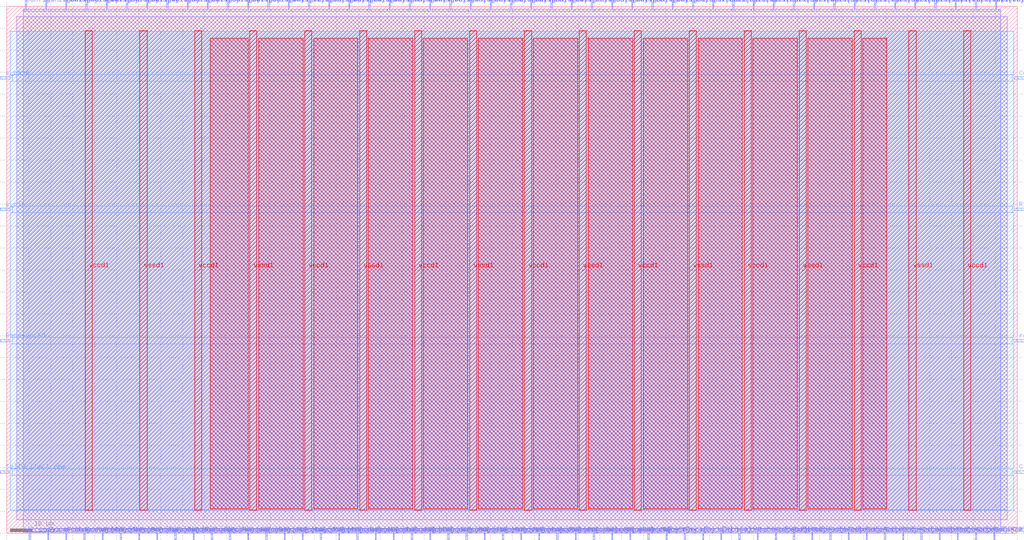
<source format=lef>
VERSION 5.7 ;
  NOWIREEXTENSIONATPIN ON ;
  DIVIDERCHAR "/" ;
  BUSBITCHARS "[]" ;
MACRO eFPGA_Config
  CLASS BLOCK ;
  FOREIGN eFPGA_Config ;
  ORIGIN 0.000 0.000 ;
  SIZE 230.000 BY 120.000 ;
  PIN CLK
    DIRECTION INPUT ;
    USE SIGNAL ;
    ANTENNAGATEAREA 0.852000 ;
    PORT
      LAYER met3 ;
        RECT 229.200 13.640 231.500 14.240 ;
    END
  END CLK
  PIN ComActive
    DIRECTION OUTPUT TRISTATE ;
    USE SIGNAL ;
    ANTENNADIFFAREA 0.795200 ;
    PORT
      LAYER met3 ;
        RECT 229.200 103.400 231.500 104.000 ;
    END
  END ComActive
  PIN ConfigWriteData[0]
    DIRECTION OUTPUT TRISTATE ;
    USE SIGNAL ;
    ANTENNADIFFAREA 0.445500 ;
    PORT
      LAYER met2 ;
        RECT 4.230 119.200 4.510 121.500 ;
    END
  END ConfigWriteData[0]
  PIN ConfigWriteData[10]
    DIRECTION OUTPUT TRISTATE ;
    USE SIGNAL ;
    ANTENNADIFFAREA 0.445500 ;
    PORT
      LAYER met2 ;
        RECT 50.230 119.200 50.510 121.500 ;
    END
  END ConfigWriteData[10]
  PIN ConfigWriteData[11]
    DIRECTION OUTPUT TRISTATE ;
    USE SIGNAL ;
    ANTENNADIFFAREA 0.795200 ;
    PORT
      LAYER met2 ;
        RECT 54.830 119.200 55.110 121.500 ;
    END
  END ConfigWriteData[11]
  PIN ConfigWriteData[12]
    DIRECTION OUTPUT TRISTATE ;
    USE SIGNAL ;
    ANTENNADIFFAREA 0.445500 ;
    PORT
      LAYER met2 ;
        RECT 59.430 119.200 59.710 121.500 ;
    END
  END ConfigWriteData[12]
  PIN ConfigWriteData[13]
    DIRECTION OUTPUT TRISTATE ;
    USE SIGNAL ;
    ANTENNADIFFAREA 0.445500 ;
    PORT
      LAYER met2 ;
        RECT 64.030 119.200 64.310 121.500 ;
    END
  END ConfigWriteData[13]
  PIN ConfigWriteData[14]
    DIRECTION OUTPUT TRISTATE ;
    USE SIGNAL ;
    ANTENNADIFFAREA 0.795200 ;
    PORT
      LAYER met2 ;
        RECT 68.630 119.200 68.910 121.500 ;
    END
  END ConfigWriteData[14]
  PIN ConfigWriteData[15]
    DIRECTION OUTPUT TRISTATE ;
    USE SIGNAL ;
    ANTENNADIFFAREA 0.445500 ;
    PORT
      LAYER met2 ;
        RECT 73.230 119.200 73.510 121.500 ;
    END
  END ConfigWriteData[15]
  PIN ConfigWriteData[16]
    DIRECTION OUTPUT TRISTATE ;
    USE SIGNAL ;
    ANTENNADIFFAREA 0.445500 ;
    PORT
      LAYER met2 ;
        RECT 77.830 119.200 78.110 121.500 ;
    END
  END ConfigWriteData[16]
  PIN ConfigWriteData[17]
    DIRECTION OUTPUT TRISTATE ;
    USE SIGNAL ;
    ANTENNADIFFAREA 0.795200 ;
    PORT
      LAYER met2 ;
        RECT 82.430 119.200 82.710 121.500 ;
    END
  END ConfigWriteData[17]
  PIN ConfigWriteData[18]
    DIRECTION OUTPUT TRISTATE ;
    USE SIGNAL ;
    ANTENNADIFFAREA 0.445500 ;
    PORT
      LAYER met2 ;
        RECT 87.030 119.200 87.310 121.500 ;
    END
  END ConfigWriteData[18]
  PIN ConfigWriteData[19]
    DIRECTION OUTPUT TRISTATE ;
    USE SIGNAL ;
    ANTENNADIFFAREA 0.445500 ;
    PORT
      LAYER met2 ;
        RECT 91.630 119.200 91.910 121.500 ;
    END
  END ConfigWriteData[19]
  PIN ConfigWriteData[1]
    DIRECTION OUTPUT TRISTATE ;
    USE SIGNAL ;
    ANTENNADIFFAREA 0.445500 ;
    PORT
      LAYER met2 ;
        RECT 8.830 119.200 9.110 121.500 ;
    END
  END ConfigWriteData[1]
  PIN ConfigWriteData[20]
    DIRECTION OUTPUT TRISTATE ;
    USE SIGNAL ;
    ANTENNADIFFAREA 0.795200 ;
    PORT
      LAYER met2 ;
        RECT 96.230 119.200 96.510 121.500 ;
    END
  END ConfigWriteData[20]
  PIN ConfigWriteData[21]
    DIRECTION OUTPUT TRISTATE ;
    USE SIGNAL ;
    ANTENNADIFFAREA 0.445500 ;
    PORT
      LAYER met2 ;
        RECT 100.830 119.200 101.110 121.500 ;
    END
  END ConfigWriteData[21]
  PIN ConfigWriteData[22]
    DIRECTION OUTPUT TRISTATE ;
    USE SIGNAL ;
    ANTENNADIFFAREA 0.445500 ;
    PORT
      LAYER met2 ;
        RECT 105.430 119.200 105.710 121.500 ;
    END
  END ConfigWriteData[22]
  PIN ConfigWriteData[23]
    DIRECTION OUTPUT TRISTATE ;
    USE SIGNAL ;
    ANTENNADIFFAREA 0.795200 ;
    PORT
      LAYER met2 ;
        RECT 110.030 119.200 110.310 121.500 ;
    END
  END ConfigWriteData[23]
  PIN ConfigWriteData[24]
    DIRECTION OUTPUT TRISTATE ;
    USE SIGNAL ;
    ANTENNADIFFAREA 0.445500 ;
    PORT
      LAYER met2 ;
        RECT 114.630 119.200 114.910 121.500 ;
    END
  END ConfigWriteData[24]
  PIN ConfigWriteData[25]
    DIRECTION OUTPUT TRISTATE ;
    USE SIGNAL ;
    ANTENNADIFFAREA 0.445500 ;
    PORT
      LAYER met2 ;
        RECT 119.230 119.200 119.510 121.500 ;
    END
  END ConfigWriteData[25]
  PIN ConfigWriteData[26]
    DIRECTION OUTPUT TRISTATE ;
    USE SIGNAL ;
    ANTENNADIFFAREA 0.795200 ;
    PORT
      LAYER met2 ;
        RECT 123.830 119.200 124.110 121.500 ;
    END
  END ConfigWriteData[26]
  PIN ConfigWriteData[27]
    DIRECTION OUTPUT TRISTATE ;
    USE SIGNAL ;
    ANTENNADIFFAREA 0.445500 ;
    PORT
      LAYER met2 ;
        RECT 128.430 119.200 128.710 121.500 ;
    END
  END ConfigWriteData[27]
  PIN ConfigWriteData[28]
    DIRECTION OUTPUT TRISTATE ;
    USE SIGNAL ;
    ANTENNADIFFAREA 0.445500 ;
    PORT
      LAYER met2 ;
        RECT 133.030 119.200 133.310 121.500 ;
    END
  END ConfigWriteData[28]
  PIN ConfigWriteData[29]
    DIRECTION OUTPUT TRISTATE ;
    USE SIGNAL ;
    ANTENNADIFFAREA 0.795200 ;
    PORT
      LAYER met2 ;
        RECT 137.630 119.200 137.910 121.500 ;
    END
  END ConfigWriteData[29]
  PIN ConfigWriteData[2]
    DIRECTION OUTPUT TRISTATE ;
    USE SIGNAL ;
    ANTENNADIFFAREA 0.795200 ;
    PORT
      LAYER met2 ;
        RECT 13.430 119.200 13.710 121.500 ;
    END
  END ConfigWriteData[2]
  PIN ConfigWriteData[30]
    DIRECTION OUTPUT TRISTATE ;
    USE SIGNAL ;
    ANTENNADIFFAREA 0.795200 ;
    PORT
      LAYER met2 ;
        RECT 142.230 119.200 142.510 121.500 ;
    END
  END ConfigWriteData[30]
  PIN ConfigWriteData[31]
    DIRECTION OUTPUT TRISTATE ;
    USE SIGNAL ;
    ANTENNADIFFAREA 0.795200 ;
    PORT
      LAYER met2 ;
        RECT 146.830 119.200 147.110 121.500 ;
    END
  END ConfigWriteData[31]
  PIN ConfigWriteData[3]
    DIRECTION OUTPUT TRISTATE ;
    USE SIGNAL ;
    ANTENNADIFFAREA 0.445500 ;
    PORT
      LAYER met2 ;
        RECT 18.030 119.200 18.310 121.500 ;
    END
  END ConfigWriteData[3]
  PIN ConfigWriteData[4]
    DIRECTION OUTPUT TRISTATE ;
    USE SIGNAL ;
    ANTENNADIFFAREA 0.445500 ;
    PORT
      LAYER met2 ;
        RECT 22.630 119.200 22.910 121.500 ;
    END
  END ConfigWriteData[4]
  PIN ConfigWriteData[5]
    DIRECTION OUTPUT TRISTATE ;
    USE SIGNAL ;
    ANTENNADIFFAREA 0.795200 ;
    PORT
      LAYER met2 ;
        RECT 27.230 119.200 27.510 121.500 ;
    END
  END ConfigWriteData[5]
  PIN ConfigWriteData[6]
    DIRECTION OUTPUT TRISTATE ;
    USE SIGNAL ;
    ANTENNADIFFAREA 0.445500 ;
    PORT
      LAYER met2 ;
        RECT 31.830 119.200 32.110 121.500 ;
    END
  END ConfigWriteData[6]
  PIN ConfigWriteData[7]
    DIRECTION OUTPUT TRISTATE ;
    USE SIGNAL ;
    ANTENNADIFFAREA 0.445500 ;
    PORT
      LAYER met2 ;
        RECT 36.430 119.200 36.710 121.500 ;
    END
  END ConfigWriteData[7]
  PIN ConfigWriteData[8]
    DIRECTION OUTPUT TRISTATE ;
    USE SIGNAL ;
    ANTENNADIFFAREA 0.795200 ;
    PORT
      LAYER met2 ;
        RECT 41.030 119.200 41.310 121.500 ;
    END
  END ConfigWriteData[8]
  PIN ConfigWriteData[9]
    DIRECTION OUTPUT TRISTATE ;
    USE SIGNAL ;
    ANTENNADIFFAREA 0.445500 ;
    PORT
      LAYER met2 ;
        RECT 45.630 119.200 45.910 121.500 ;
    END
  END ConfigWriteData[9]
  PIN ConfigWriteStrobe
    DIRECTION OUTPUT TRISTATE ;
    USE SIGNAL ;
    ANTENNADIFFAREA 0.795200 ;
    PORT
      LAYER met2 ;
        RECT 151.430 119.200 151.710 121.500 ;
    END
  END ConfigWriteStrobe
  PIN FrameAddressRegister[0]
    DIRECTION OUTPUT TRISTATE ;
    USE SIGNAL ;
    ANTENNADIFFAREA 0.445500 ;
    PORT
      LAYER met2 ;
        RECT 5.150 -1.500 5.430 0.800 ;
    END
  END FrameAddressRegister[0]
  PIN FrameAddressRegister[10]
    DIRECTION OUTPUT TRISTATE ;
    USE SIGNAL ;
    ANTENNADIFFAREA 0.445500 ;
    PORT
      LAYER met2 ;
        RECT 46.550 -1.500 46.830 0.800 ;
    END
  END FrameAddressRegister[10]
  PIN FrameAddressRegister[11]
    DIRECTION OUTPUT TRISTATE ;
    USE SIGNAL ;
    ANTENNADIFFAREA 0.445500 ;
    PORT
      LAYER met2 ;
        RECT 50.690 -1.500 50.970 0.800 ;
    END
  END FrameAddressRegister[11]
  PIN FrameAddressRegister[12]
    DIRECTION OUTPUT TRISTATE ;
    USE SIGNAL ;
    ANTENNADIFFAREA 0.795200 ;
    PORT
      LAYER met2 ;
        RECT 54.830 -1.500 55.110 0.800 ;
    END
  END FrameAddressRegister[12]
  PIN FrameAddressRegister[13]
    DIRECTION OUTPUT TRISTATE ;
    USE SIGNAL ;
    ANTENNADIFFAREA 0.445500 ;
    PORT
      LAYER met2 ;
        RECT 58.970 -1.500 59.250 0.800 ;
    END
  END FrameAddressRegister[13]
  PIN FrameAddressRegister[14]
    DIRECTION OUTPUT TRISTATE ;
    USE SIGNAL ;
    ANTENNADIFFAREA 0.445500 ;
    PORT
      LAYER met2 ;
        RECT 63.110 -1.500 63.390 0.800 ;
    END
  END FrameAddressRegister[14]
  PIN FrameAddressRegister[15]
    DIRECTION OUTPUT TRISTATE ;
    USE SIGNAL ;
    ANTENNADIFFAREA 0.445500 ;
    PORT
      LAYER met2 ;
        RECT 67.250 -1.500 67.530 0.800 ;
    END
  END FrameAddressRegister[15]
  PIN FrameAddressRegister[16]
    DIRECTION OUTPUT TRISTATE ;
    USE SIGNAL ;
    ANTENNADIFFAREA 0.445500 ;
    PORT
      LAYER met2 ;
        RECT 71.390 -1.500 71.670 0.800 ;
    END
  END FrameAddressRegister[16]
  PIN FrameAddressRegister[17]
    DIRECTION OUTPUT TRISTATE ;
    USE SIGNAL ;
    ANTENNADIFFAREA 0.795200 ;
    PORT
      LAYER met2 ;
        RECT 75.530 -1.500 75.810 0.800 ;
    END
  END FrameAddressRegister[17]
  PIN FrameAddressRegister[18]
    DIRECTION OUTPUT TRISTATE ;
    USE SIGNAL ;
    ANTENNADIFFAREA 0.445500 ;
    PORT
      LAYER met2 ;
        RECT 79.670 -1.500 79.950 0.800 ;
    END
  END FrameAddressRegister[18]
  PIN FrameAddressRegister[19]
    DIRECTION OUTPUT TRISTATE ;
    USE SIGNAL ;
    ANTENNADIFFAREA 0.445500 ;
    PORT
      LAYER met2 ;
        RECT 83.810 -1.500 84.090 0.800 ;
    END
  END FrameAddressRegister[19]
  PIN FrameAddressRegister[1]
    DIRECTION OUTPUT TRISTATE ;
    USE SIGNAL ;
    ANTENNADIFFAREA 0.445500 ;
    PORT
      LAYER met2 ;
        RECT 9.290 -1.500 9.570 0.800 ;
    END
  END FrameAddressRegister[1]
  PIN FrameAddressRegister[20]
    DIRECTION OUTPUT TRISTATE ;
    USE SIGNAL ;
    ANTENNADIFFAREA 0.445500 ;
    PORT
      LAYER met2 ;
        RECT 87.950 -1.500 88.230 0.800 ;
    END
  END FrameAddressRegister[20]
  PIN FrameAddressRegister[21]
    DIRECTION OUTPUT TRISTATE ;
    USE SIGNAL ;
    ANTENNADIFFAREA 0.445500 ;
    PORT
      LAYER met2 ;
        RECT 92.090 -1.500 92.370 0.800 ;
    END
  END FrameAddressRegister[21]
  PIN FrameAddressRegister[22]
    DIRECTION OUTPUT TRISTATE ;
    USE SIGNAL ;
    ANTENNADIFFAREA 0.795200 ;
    PORT
      LAYER met2 ;
        RECT 96.230 -1.500 96.510 0.800 ;
    END
  END FrameAddressRegister[22]
  PIN FrameAddressRegister[23]
    DIRECTION OUTPUT TRISTATE ;
    USE SIGNAL ;
    ANTENNADIFFAREA 0.445500 ;
    PORT
      LAYER met2 ;
        RECT 100.370 -1.500 100.650 0.800 ;
    END
  END FrameAddressRegister[23]
  PIN FrameAddressRegister[24]
    DIRECTION OUTPUT TRISTATE ;
    USE SIGNAL ;
    ANTENNADIFFAREA 0.445500 ;
    PORT
      LAYER met2 ;
        RECT 104.510 -1.500 104.790 0.800 ;
    END
  END FrameAddressRegister[24]
  PIN FrameAddressRegister[25]
    DIRECTION OUTPUT TRISTATE ;
    USE SIGNAL ;
    ANTENNADIFFAREA 0.445500 ;
    PORT
      LAYER met2 ;
        RECT 108.650 -1.500 108.930 0.800 ;
    END
  END FrameAddressRegister[25]
  PIN FrameAddressRegister[26]
    DIRECTION OUTPUT TRISTATE ;
    USE SIGNAL ;
    ANTENNADIFFAREA 0.445500 ;
    PORT
      LAYER met2 ;
        RECT 112.790 -1.500 113.070 0.800 ;
    END
  END FrameAddressRegister[26]
  PIN FrameAddressRegister[27]
    DIRECTION OUTPUT TRISTATE ;
    USE SIGNAL ;
    ANTENNADIFFAREA 0.795200 ;
    PORT
      LAYER met2 ;
        RECT 116.930 -1.500 117.210 0.800 ;
    END
  END FrameAddressRegister[27]
  PIN FrameAddressRegister[28]
    DIRECTION OUTPUT TRISTATE ;
    USE SIGNAL ;
    ANTENNADIFFAREA 0.795200 ;
    PORT
      LAYER met2 ;
        RECT 121.070 -1.500 121.350 0.800 ;
    END
  END FrameAddressRegister[28]
  PIN FrameAddressRegister[29]
    DIRECTION OUTPUT TRISTATE ;
    USE SIGNAL ;
    ANTENNADIFFAREA 0.795200 ;
    PORT
      LAYER met2 ;
        RECT 125.210 -1.500 125.490 0.800 ;
    END
  END FrameAddressRegister[29]
  PIN FrameAddressRegister[2]
    DIRECTION OUTPUT TRISTATE ;
    USE SIGNAL ;
    ANTENNADIFFAREA 0.795200 ;
    PORT
      LAYER met2 ;
        RECT 13.430 -1.500 13.710 0.800 ;
    END
  END FrameAddressRegister[2]
  PIN FrameAddressRegister[30]
    DIRECTION OUTPUT TRISTATE ;
    USE SIGNAL ;
    ANTENNADIFFAREA 0.795200 ;
    PORT
      LAYER met2 ;
        RECT 129.350 -1.500 129.630 0.800 ;
    END
  END FrameAddressRegister[30]
  PIN FrameAddressRegister[31]
    DIRECTION OUTPUT TRISTATE ;
    USE SIGNAL ;
    ANTENNADIFFAREA 0.445500 ;
    PORT
      LAYER met2 ;
        RECT 133.490 -1.500 133.770 0.800 ;
    END
  END FrameAddressRegister[31]
  PIN FrameAddressRegister[3]
    DIRECTION OUTPUT TRISTATE ;
    USE SIGNAL ;
    ANTENNADIFFAREA 0.445500 ;
    PORT
      LAYER met2 ;
        RECT 17.570 -1.500 17.850 0.800 ;
    END
  END FrameAddressRegister[3]
  PIN FrameAddressRegister[4]
    DIRECTION OUTPUT TRISTATE ;
    USE SIGNAL ;
    ANTENNADIFFAREA 0.445500 ;
    PORT
      LAYER met2 ;
        RECT 21.710 -1.500 21.990 0.800 ;
    END
  END FrameAddressRegister[4]
  PIN FrameAddressRegister[5]
    DIRECTION OUTPUT TRISTATE ;
    USE SIGNAL ;
    ANTENNADIFFAREA 0.445500 ;
    PORT
      LAYER met2 ;
        RECT 25.850 -1.500 26.130 0.800 ;
    END
  END FrameAddressRegister[5]
  PIN FrameAddressRegister[6]
    DIRECTION OUTPUT TRISTATE ;
    USE SIGNAL ;
    ANTENNADIFFAREA 0.445500 ;
    PORT
      LAYER met2 ;
        RECT 29.990 -1.500 30.270 0.800 ;
    END
  END FrameAddressRegister[6]
  PIN FrameAddressRegister[7]
    DIRECTION OUTPUT TRISTATE ;
    USE SIGNAL ;
    ANTENNADIFFAREA 0.795200 ;
    PORT
      LAYER met2 ;
        RECT 34.130 -1.500 34.410 0.800 ;
    END
  END FrameAddressRegister[7]
  PIN FrameAddressRegister[8]
    DIRECTION OUTPUT TRISTATE ;
    USE SIGNAL ;
    ANTENNADIFFAREA 0.445500 ;
    PORT
      LAYER met2 ;
        RECT 38.270 -1.500 38.550 0.800 ;
    END
  END FrameAddressRegister[8]
  PIN FrameAddressRegister[9]
    DIRECTION OUTPUT TRISTATE ;
    USE SIGNAL ;
    ANTENNADIFFAREA 0.445500 ;
    PORT
      LAYER met2 ;
        RECT 42.410 -1.500 42.690 0.800 ;
    END
  END FrameAddressRegister[9]
  PIN LongFrameStrobe
    DIRECTION OUTPUT TRISTATE ;
    USE SIGNAL ;
    ANTENNADIFFAREA 0.795200 ;
    PORT
      LAYER met2 ;
        RECT 137.630 -1.500 137.910 0.800 ;
    END
  END LongFrameStrobe
  PIN ReceiveLED
    DIRECTION OUTPUT TRISTATE ;
    USE SIGNAL ;
    ANTENNADIFFAREA 0.445500 ;
    PORT
      LAYER met3 ;
        RECT -1.500 43.560 0.800 44.160 ;
    END
  END ReceiveLED
  PIN RowSelect[0]
    DIRECTION OUTPUT TRISTATE ;
    USE SIGNAL ;
    ANTENNADIFFAREA 0.445500 ;
    PORT
      LAYER met2 ;
        RECT 141.770 -1.500 142.050 0.800 ;
    END
  END RowSelect[0]
  PIN RowSelect[1]
    DIRECTION OUTPUT TRISTATE ;
    USE SIGNAL ;
    ANTENNADIFFAREA 0.445500 ;
    PORT
      LAYER met2 ;
        RECT 145.910 -1.500 146.190 0.800 ;
    END
  END RowSelect[1]
  PIN RowSelect[2]
    DIRECTION OUTPUT TRISTATE ;
    USE SIGNAL ;
    ANTENNADIFFAREA 0.795200 ;
    PORT
      LAYER met2 ;
        RECT 150.050 -1.500 150.330 0.800 ;
    END
  END RowSelect[2]
  PIN RowSelect[3]
    DIRECTION OUTPUT TRISTATE ;
    USE SIGNAL ;
    ANTENNADIFFAREA 0.445500 ;
    PORT
      LAYER met2 ;
        RECT 154.190 -1.500 154.470 0.800 ;
    END
  END RowSelect[3]
  PIN RowSelect[4]
    DIRECTION OUTPUT TRISTATE ;
    USE SIGNAL ;
    ANTENNADIFFAREA 0.795200 ;
    PORT
      LAYER met2 ;
        RECT 158.330 -1.500 158.610 0.800 ;
    END
  END RowSelect[4]
  PIN Rx
    DIRECTION INPUT ;
    USE SIGNAL ;
    ANTENNAGATEAREA 0.196500 ;
    PORT
      LAYER met3 ;
        RECT 229.200 73.480 231.500 74.080 ;
    END
  END Rx
  PIN SelfWriteData[0]
    DIRECTION INPUT ;
    USE SIGNAL ;
    ANTENNAGATEAREA 0.196500 ;
    PORT
      LAYER met2 ;
        RECT 156.030 119.200 156.310 121.500 ;
    END
  END SelfWriteData[0]
  PIN SelfWriteData[10]
    DIRECTION INPUT ;
    USE SIGNAL ;
    ANTENNAGATEAREA 0.196500 ;
    PORT
      LAYER met2 ;
        RECT 202.030 119.200 202.310 121.500 ;
    END
  END SelfWriteData[10]
  PIN SelfWriteData[11]
    DIRECTION INPUT ;
    USE SIGNAL ;
    ANTENNAGATEAREA 0.196500 ;
    PORT
      LAYER met2 ;
        RECT 206.630 119.200 206.910 121.500 ;
    END
  END SelfWriteData[11]
  PIN SelfWriteData[12]
    DIRECTION INPUT ;
    USE SIGNAL ;
    ANTENNAGATEAREA 0.196500 ;
    PORT
      LAYER met2 ;
        RECT 211.230 119.200 211.510 121.500 ;
    END
  END SelfWriteData[12]
  PIN SelfWriteData[13]
    DIRECTION INPUT ;
    USE SIGNAL ;
    ANTENNAGATEAREA 0.196500 ;
    PORT
      LAYER met2 ;
        RECT 215.830 119.200 216.110 121.500 ;
    END
  END SelfWriteData[13]
  PIN SelfWriteData[14]
    DIRECTION INPUT ;
    USE SIGNAL ;
    ANTENNAGATEAREA 0.196500 ;
    PORT
      LAYER met2 ;
        RECT 220.430 119.200 220.710 121.500 ;
    END
  END SelfWriteData[14]
  PIN SelfWriteData[15]
    DIRECTION INPUT ;
    USE SIGNAL ;
    ANTENNAGATEAREA 0.196500 ;
    PORT
      LAYER met2 ;
        RECT 225.030 119.200 225.310 121.500 ;
    END
  END SelfWriteData[15]
  PIN SelfWriteData[16]
    DIRECTION INPUT ;
    USE SIGNAL ;
    ANTENNAGATEAREA 0.196500 ;
    PORT
      LAYER met2 ;
        RECT 162.470 -1.500 162.750 0.800 ;
    END
  END SelfWriteData[16]
  PIN SelfWriteData[17]
    DIRECTION INPUT ;
    USE SIGNAL ;
    ANTENNAGATEAREA 0.196500 ;
    PORT
      LAYER met2 ;
        RECT 166.610 -1.500 166.890 0.800 ;
    END
  END SelfWriteData[17]
  PIN SelfWriteData[18]
    DIRECTION INPUT ;
    USE SIGNAL ;
    ANTENNAGATEAREA 0.196500 ;
    PORT
      LAYER met2 ;
        RECT 170.750 -1.500 171.030 0.800 ;
    END
  END SelfWriteData[18]
  PIN SelfWriteData[19]
    DIRECTION INPUT ;
    USE SIGNAL ;
    ANTENNAGATEAREA 0.196500 ;
    PORT
      LAYER met2 ;
        RECT 174.890 -1.500 175.170 0.800 ;
    END
  END SelfWriteData[19]
  PIN SelfWriteData[1]
    DIRECTION INPUT ;
    USE SIGNAL ;
    ANTENNAGATEAREA 0.196500 ;
    PORT
      LAYER met2 ;
        RECT 160.630 119.200 160.910 121.500 ;
    END
  END SelfWriteData[1]
  PIN SelfWriteData[20]
    DIRECTION INPUT ;
    USE SIGNAL ;
    ANTENNAGATEAREA 0.196500 ;
    PORT
      LAYER met2 ;
        RECT 179.030 -1.500 179.310 0.800 ;
    END
  END SelfWriteData[20]
  PIN SelfWriteData[21]
    DIRECTION INPUT ;
    USE SIGNAL ;
    ANTENNAGATEAREA 0.196500 ;
    PORT
      LAYER met2 ;
        RECT 183.170 -1.500 183.450 0.800 ;
    END
  END SelfWriteData[21]
  PIN SelfWriteData[22]
    DIRECTION INPUT ;
    USE SIGNAL ;
    ANTENNAGATEAREA 0.196500 ;
    PORT
      LAYER met2 ;
        RECT 187.310 -1.500 187.590 0.800 ;
    END
  END SelfWriteData[22]
  PIN SelfWriteData[23]
    DIRECTION INPUT ;
    USE SIGNAL ;
    ANTENNAGATEAREA 0.196500 ;
    PORT
      LAYER met2 ;
        RECT 191.450 -1.500 191.730 0.800 ;
    END
  END SelfWriteData[23]
  PIN SelfWriteData[24]
    DIRECTION INPUT ;
    USE SIGNAL ;
    ANTENNAGATEAREA 0.196500 ;
    PORT
      LAYER met2 ;
        RECT 195.590 -1.500 195.870 0.800 ;
    END
  END SelfWriteData[24]
  PIN SelfWriteData[25]
    DIRECTION INPUT ;
    USE SIGNAL ;
    ANTENNAGATEAREA 0.196500 ;
    PORT
      LAYER met2 ;
        RECT 199.730 -1.500 200.010 0.800 ;
    END
  END SelfWriteData[25]
  PIN SelfWriteData[26]
    DIRECTION INPUT ;
    USE SIGNAL ;
    ANTENNAGATEAREA 0.196500 ;
    PORT
      LAYER met2 ;
        RECT 203.870 -1.500 204.150 0.800 ;
    END
  END SelfWriteData[26]
  PIN SelfWriteData[27]
    DIRECTION INPUT ;
    USE SIGNAL ;
    ANTENNAGATEAREA 0.196500 ;
    PORT
      LAYER met2 ;
        RECT 208.010 -1.500 208.290 0.800 ;
    END
  END SelfWriteData[27]
  PIN SelfWriteData[28]
    DIRECTION INPUT ;
    USE SIGNAL ;
    ANTENNAGATEAREA 0.196500 ;
    PORT
      LAYER met2 ;
        RECT 212.150 -1.500 212.430 0.800 ;
    END
  END SelfWriteData[28]
  PIN SelfWriteData[29]
    DIRECTION INPUT ;
    USE SIGNAL ;
    ANTENNAGATEAREA 0.196500 ;
    PORT
      LAYER met2 ;
        RECT 216.290 -1.500 216.570 0.800 ;
    END
  END SelfWriteData[29]
  PIN SelfWriteData[2]
    DIRECTION INPUT ;
    USE SIGNAL ;
    ANTENNAGATEAREA 0.196500 ;
    PORT
      LAYER met2 ;
        RECT 165.230 119.200 165.510 121.500 ;
    END
  END SelfWriteData[2]
  PIN SelfWriteData[30]
    DIRECTION INPUT ;
    USE SIGNAL ;
    ANTENNAGATEAREA 0.196500 ;
    PORT
      LAYER met2 ;
        RECT 220.430 -1.500 220.710 0.800 ;
    END
  END SelfWriteData[30]
  PIN SelfWriteData[31]
    DIRECTION INPUT ;
    USE SIGNAL ;
    ANTENNAGATEAREA 0.196500 ;
    PORT
      LAYER met2 ;
        RECT 224.570 -1.500 224.850 0.800 ;
    END
  END SelfWriteData[31]
  PIN SelfWriteData[3]
    DIRECTION INPUT ;
    USE SIGNAL ;
    ANTENNAGATEAREA 0.196500 ;
    PORT
      LAYER met2 ;
        RECT 169.830 119.200 170.110 121.500 ;
    END
  END SelfWriteData[3]
  PIN SelfWriteData[4]
    DIRECTION INPUT ;
    USE SIGNAL ;
    ANTENNAGATEAREA 0.196500 ;
    PORT
      LAYER met2 ;
        RECT 174.430 119.200 174.710 121.500 ;
    END
  END SelfWriteData[4]
  PIN SelfWriteData[5]
    DIRECTION INPUT ;
    USE SIGNAL ;
    ANTENNAGATEAREA 0.196500 ;
    PORT
      LAYER met2 ;
        RECT 179.030 119.200 179.310 121.500 ;
    END
  END SelfWriteData[5]
  PIN SelfWriteData[6]
    DIRECTION INPUT ;
    USE SIGNAL ;
    ANTENNAGATEAREA 0.196500 ;
    PORT
      LAYER met2 ;
        RECT 183.630 119.200 183.910 121.500 ;
    END
  END SelfWriteData[6]
  PIN SelfWriteData[7]
    DIRECTION INPUT ;
    USE SIGNAL ;
    ANTENNAGATEAREA 0.196500 ;
    PORT
      LAYER met2 ;
        RECT 188.230 119.200 188.510 121.500 ;
    END
  END SelfWriteData[7]
  PIN SelfWriteData[8]
    DIRECTION INPUT ;
    USE SIGNAL ;
    ANTENNAGATEAREA 0.196500 ;
    PORT
      LAYER met2 ;
        RECT 192.830 119.200 193.110 121.500 ;
    END
  END SelfWriteData[8]
  PIN SelfWriteData[9]
    DIRECTION INPUT ;
    USE SIGNAL ;
    ANTENNAGATEAREA 0.196500 ;
    PORT
      LAYER met2 ;
        RECT 197.430 119.200 197.710 121.500 ;
    END
  END SelfWriteData[9]
  PIN SelfWriteStrobe
    DIRECTION INPUT ;
    USE SIGNAL ;
    ANTENNAGATEAREA 0.196500 ;
    PORT
      LAYER met3 ;
        RECT -1.500 13.640 0.800 14.240 ;
    END
  END SelfWriteStrobe
  PIN resetn
    DIRECTION INPUT ;
    USE SIGNAL ;
    ANTENNAGATEAREA 0.852000 ;
    PORT
      LAYER met3 ;
        RECT 229.200 43.560 231.500 44.160 ;
    END
  END resetn
  PIN s_clk
    DIRECTION INPUT ;
    USE SIGNAL ;
    ANTENNAGATEAREA 0.196500 ;
    PORT
      LAYER met3 ;
        RECT -1.500 73.480 0.800 74.080 ;
    END
  END s_clk
  PIN s_data
    DIRECTION INPUT ;
    USE SIGNAL ;
    ANTENNAGATEAREA 0.196500 ;
    PORT
      LAYER met3 ;
        RECT -1.500 103.400 0.800 104.000 ;
    END
  END s_data
  PIN vccd1
    DIRECTION INOUT ;
    USE POWER ;
    PORT
      LAYER met4 ;
        RECT 17.820 5.200 19.420 114.480 ;
    END
    PORT
      LAYER met4 ;
        RECT 42.820 5.200 44.420 114.480 ;
    END
    PORT
      LAYER met4 ;
        RECT 67.820 5.200 69.420 114.480 ;
    END
    PORT
      LAYER met4 ;
        RECT 92.820 5.200 94.420 114.480 ;
    END
    PORT
      LAYER met4 ;
        RECT 117.820 5.200 119.420 114.480 ;
    END
    PORT
      LAYER met4 ;
        RECT 142.820 5.200 144.420 114.480 ;
    END
    PORT
      LAYER met4 ;
        RECT 167.820 5.200 169.420 114.480 ;
    END
    PORT
      LAYER met4 ;
        RECT 192.820 5.200 194.420 114.480 ;
    END
    PORT
      LAYER met4 ;
        RECT 217.820 5.200 219.420 114.480 ;
    END
  END vccd1
  PIN vssd1
    DIRECTION INOUT ;
    USE GROUND ;
    PORT
      LAYER met4 ;
        RECT 30.320 5.200 31.920 114.480 ;
    END
    PORT
      LAYER met4 ;
        RECT 55.320 5.200 56.920 114.480 ;
    END
    PORT
      LAYER met4 ;
        RECT 80.320 5.200 81.920 114.480 ;
    END
    PORT
      LAYER met4 ;
        RECT 105.320 5.200 106.920 114.480 ;
    END
    PORT
      LAYER met4 ;
        RECT 130.320 5.200 131.920 114.480 ;
    END
    PORT
      LAYER met4 ;
        RECT 155.320 5.200 156.920 114.480 ;
    END
    PORT
      LAYER met4 ;
        RECT 180.320 5.200 181.920 114.480 ;
    END
    PORT
      LAYER met4 ;
        RECT 205.320 5.200 206.920 114.480 ;
    END
  END vssd1
  OBS
      LAYER li1 ;
        RECT 2.300 5.355 227.700 114.325 ;
      LAYER met1 ;
        RECT 2.300 3.100 227.700 117.600 ;
      LAYER met2 ;
        RECT 3.770 118.920 3.950 119.410 ;
        RECT 4.790 118.920 8.550 119.410 ;
        RECT 9.390 118.920 13.150 119.410 ;
        RECT 13.990 118.920 17.750 119.410 ;
        RECT 18.590 118.920 22.350 119.410 ;
        RECT 23.190 118.920 26.950 119.410 ;
        RECT 27.790 118.920 31.550 119.410 ;
        RECT 32.390 118.920 36.150 119.410 ;
        RECT 36.990 118.920 40.750 119.410 ;
        RECT 41.590 118.920 45.350 119.410 ;
        RECT 46.190 118.920 49.950 119.410 ;
        RECT 50.790 118.920 54.550 119.410 ;
        RECT 55.390 118.920 59.150 119.410 ;
        RECT 59.990 118.920 63.750 119.410 ;
        RECT 64.590 118.920 68.350 119.410 ;
        RECT 69.190 118.920 72.950 119.410 ;
        RECT 73.790 118.920 77.550 119.410 ;
        RECT 78.390 118.920 82.150 119.410 ;
        RECT 82.990 118.920 86.750 119.410 ;
        RECT 87.590 118.920 91.350 119.410 ;
        RECT 92.190 118.920 95.950 119.410 ;
        RECT 96.790 118.920 100.550 119.410 ;
        RECT 101.390 118.920 105.150 119.410 ;
        RECT 105.990 118.920 109.750 119.410 ;
        RECT 110.590 118.920 114.350 119.410 ;
        RECT 115.190 118.920 118.950 119.410 ;
        RECT 119.790 118.920 123.550 119.410 ;
        RECT 124.390 118.920 128.150 119.410 ;
        RECT 128.990 118.920 132.750 119.410 ;
        RECT 133.590 118.920 137.350 119.410 ;
        RECT 138.190 118.920 141.950 119.410 ;
        RECT 142.790 118.920 146.550 119.410 ;
        RECT 147.390 118.920 151.150 119.410 ;
        RECT 151.990 118.920 155.750 119.410 ;
        RECT 156.590 118.920 160.350 119.410 ;
        RECT 161.190 118.920 164.950 119.410 ;
        RECT 165.790 118.920 169.550 119.410 ;
        RECT 170.390 118.920 174.150 119.410 ;
        RECT 174.990 118.920 178.750 119.410 ;
        RECT 179.590 118.920 183.350 119.410 ;
        RECT 184.190 118.920 187.950 119.410 ;
        RECT 188.790 118.920 192.550 119.410 ;
        RECT 193.390 118.920 197.150 119.410 ;
        RECT 197.990 118.920 201.750 119.410 ;
        RECT 202.590 118.920 206.350 119.410 ;
        RECT 207.190 118.920 210.950 119.410 ;
        RECT 211.790 118.920 215.550 119.410 ;
        RECT 216.390 118.920 220.150 119.410 ;
        RECT 220.990 118.920 224.750 119.410 ;
        RECT 225.590 118.920 226.230 119.410 ;
        RECT 3.770 1.080 226.230 118.920 ;
        RECT 3.770 0.270 4.870 1.080 ;
        RECT 5.710 0.270 9.010 1.080 ;
        RECT 9.850 0.270 13.150 1.080 ;
        RECT 13.990 0.270 17.290 1.080 ;
        RECT 18.130 0.270 21.430 1.080 ;
        RECT 22.270 0.270 25.570 1.080 ;
        RECT 26.410 0.270 29.710 1.080 ;
        RECT 30.550 0.270 33.850 1.080 ;
        RECT 34.690 0.270 37.990 1.080 ;
        RECT 38.830 0.270 42.130 1.080 ;
        RECT 42.970 0.270 46.270 1.080 ;
        RECT 47.110 0.270 50.410 1.080 ;
        RECT 51.250 0.270 54.550 1.080 ;
        RECT 55.390 0.270 58.690 1.080 ;
        RECT 59.530 0.270 62.830 1.080 ;
        RECT 63.670 0.270 66.970 1.080 ;
        RECT 67.810 0.270 71.110 1.080 ;
        RECT 71.950 0.270 75.250 1.080 ;
        RECT 76.090 0.270 79.390 1.080 ;
        RECT 80.230 0.270 83.530 1.080 ;
        RECT 84.370 0.270 87.670 1.080 ;
        RECT 88.510 0.270 91.810 1.080 ;
        RECT 92.650 0.270 95.950 1.080 ;
        RECT 96.790 0.270 100.090 1.080 ;
        RECT 100.930 0.270 104.230 1.080 ;
        RECT 105.070 0.270 108.370 1.080 ;
        RECT 109.210 0.270 112.510 1.080 ;
        RECT 113.350 0.270 116.650 1.080 ;
        RECT 117.490 0.270 120.790 1.080 ;
        RECT 121.630 0.270 124.930 1.080 ;
        RECT 125.770 0.270 129.070 1.080 ;
        RECT 129.910 0.270 133.210 1.080 ;
        RECT 134.050 0.270 137.350 1.080 ;
        RECT 138.190 0.270 141.490 1.080 ;
        RECT 142.330 0.270 145.630 1.080 ;
        RECT 146.470 0.270 149.770 1.080 ;
        RECT 150.610 0.270 153.910 1.080 ;
        RECT 154.750 0.270 158.050 1.080 ;
        RECT 158.890 0.270 162.190 1.080 ;
        RECT 163.030 0.270 166.330 1.080 ;
        RECT 167.170 0.270 170.470 1.080 ;
        RECT 171.310 0.270 174.610 1.080 ;
        RECT 175.450 0.270 178.750 1.080 ;
        RECT 179.590 0.270 182.890 1.080 ;
        RECT 183.730 0.270 187.030 1.080 ;
        RECT 187.870 0.270 191.170 1.080 ;
        RECT 192.010 0.270 195.310 1.080 ;
        RECT 196.150 0.270 199.450 1.080 ;
        RECT 200.290 0.270 203.590 1.080 ;
        RECT 204.430 0.270 207.730 1.080 ;
        RECT 208.570 0.270 211.870 1.080 ;
        RECT 212.710 0.270 216.010 1.080 ;
        RECT 216.850 0.270 220.150 1.080 ;
        RECT 220.990 0.270 224.290 1.080 ;
        RECT 225.130 0.270 226.230 1.080 ;
      LAYER met3 ;
        RECT 0.800 104.400 229.200 114.405 ;
        RECT 1.200 103.000 228.800 104.400 ;
        RECT 0.800 74.480 229.200 103.000 ;
        RECT 1.200 73.080 228.800 74.480 ;
        RECT 0.800 44.560 229.200 73.080 ;
        RECT 1.200 43.160 228.800 44.560 ;
        RECT 0.800 14.640 229.200 43.160 ;
        RECT 1.200 13.240 228.800 14.640 ;
        RECT 0.800 5.275 229.200 13.240 ;
      LAYER met4 ;
        RECT 46.295 5.615 54.920 112.705 ;
        RECT 57.320 5.615 67.420 112.705 ;
        RECT 69.820 5.615 79.920 112.705 ;
        RECT 82.320 5.615 92.420 112.705 ;
        RECT 94.820 5.615 104.920 112.705 ;
        RECT 107.320 5.615 117.420 112.705 ;
        RECT 119.820 5.615 129.920 112.705 ;
        RECT 132.320 5.615 142.420 112.705 ;
        RECT 144.820 5.615 154.920 112.705 ;
        RECT 157.320 5.615 167.420 112.705 ;
        RECT 169.820 5.615 179.920 112.705 ;
        RECT 182.320 5.615 192.420 112.705 ;
        RECT 194.820 5.615 200.265 112.705 ;
  END
END eFPGA_Config
END LIBRARY


</source>
